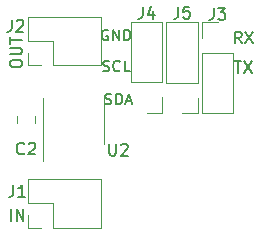
<source format=gbr>
%TF.GenerationSoftware,KiCad,Pcbnew,(5.99.0-8941-ge2f8b1a4b1)*%
%TF.CreationDate,2021-03-10T21:29:07+01:00*%
%TF.ProjectId,mod,6d6f642e-6b69-4636-9164-5f7063625858,rev?*%
%TF.SameCoordinates,Original*%
%TF.FileFunction,Legend,Top*%
%TF.FilePolarity,Positive*%
%FSLAX46Y46*%
G04 Gerber Fmt 4.6, Leading zero omitted, Abs format (unit mm)*
G04 Created by KiCad (PCBNEW (5.99.0-8941-ge2f8b1a4b1)) date 2021-03-10 21:29:07*
%MOMM*%
%LPD*%
G01*
G04 APERTURE LIST*
%ADD10C,0.150000*%
%ADD11C,0.200000*%
%ADD12C,0.120000*%
G04 APERTURE END LIST*
D10*
X128707142Y-98564285D02*
X128835714Y-98607142D01*
X129050000Y-98607142D01*
X129135714Y-98564285D01*
X129178571Y-98521428D01*
X129221428Y-98435714D01*
X129221428Y-98350000D01*
X129178571Y-98264285D01*
X129135714Y-98221428D01*
X129050000Y-98178571D01*
X128878571Y-98135714D01*
X128792857Y-98092857D01*
X128750000Y-98050000D01*
X128707142Y-97964285D01*
X128707142Y-97878571D01*
X128750000Y-97792857D01*
X128792857Y-97750000D01*
X128878571Y-97707142D01*
X129092857Y-97707142D01*
X129221428Y-97750000D01*
X129607142Y-98607142D02*
X129607142Y-97707142D01*
X129821428Y-97707142D01*
X129950000Y-97750000D01*
X130035714Y-97835714D01*
X130078571Y-97921428D01*
X130121428Y-98092857D01*
X130121428Y-98221428D01*
X130078571Y-98392857D01*
X130035714Y-98478571D01*
X129950000Y-98564285D01*
X129821428Y-98607142D01*
X129607142Y-98607142D01*
X130464285Y-98350000D02*
X130892857Y-98350000D01*
X130378571Y-98607142D02*
X130678571Y-97707142D01*
X130978571Y-98607142D01*
X128528571Y-95764285D02*
X128657142Y-95807142D01*
X128871428Y-95807142D01*
X128957142Y-95764285D01*
X129000000Y-95721428D01*
X129042857Y-95635714D01*
X129042857Y-95550000D01*
X129000000Y-95464285D01*
X128957142Y-95421428D01*
X128871428Y-95378571D01*
X128700000Y-95335714D01*
X128614285Y-95292857D01*
X128571428Y-95250000D01*
X128528571Y-95164285D01*
X128528571Y-95078571D01*
X128571428Y-94992857D01*
X128614285Y-94950000D01*
X128700000Y-94907142D01*
X128914285Y-94907142D01*
X129042857Y-94950000D01*
X129942857Y-95721428D02*
X129900000Y-95764285D01*
X129771428Y-95807142D01*
X129685714Y-95807142D01*
X129557142Y-95764285D01*
X129471428Y-95678571D01*
X129428571Y-95592857D01*
X129385714Y-95421428D01*
X129385714Y-95292857D01*
X129428571Y-95121428D01*
X129471428Y-95035714D01*
X129557142Y-94950000D01*
X129685714Y-94907142D01*
X129771428Y-94907142D01*
X129900000Y-94950000D01*
X129942857Y-94992857D01*
X130757142Y-95807142D02*
X130328571Y-95807142D01*
X130328571Y-94907142D01*
D11*
X140233333Y-93452380D02*
X139900000Y-92976190D01*
X139661904Y-93452380D02*
X139661904Y-92452380D01*
X140042857Y-92452380D01*
X140138095Y-92500000D01*
X140185714Y-92547619D01*
X140233333Y-92642857D01*
X140233333Y-92785714D01*
X140185714Y-92880952D01*
X140138095Y-92928571D01*
X140042857Y-92976190D01*
X139661904Y-92976190D01*
X140566666Y-92452380D02*
X141233333Y-93452380D01*
X141233333Y-92452380D02*
X140566666Y-93452380D01*
X139638095Y-94952380D02*
X140209523Y-94952380D01*
X139923809Y-95952380D02*
X139923809Y-94952380D01*
X140447619Y-94952380D02*
X141114285Y-95952380D01*
X141114285Y-94952380D02*
X140447619Y-95952380D01*
X120726190Y-108452380D02*
X120726190Y-107452380D01*
X121202380Y-108452380D02*
X121202380Y-107452380D01*
X121773809Y-108452380D01*
X121773809Y-107452380D01*
D10*
X128914285Y-92350000D02*
X128828571Y-92307142D01*
X128700000Y-92307142D01*
X128571428Y-92350000D01*
X128485714Y-92435714D01*
X128442857Y-92521428D01*
X128400000Y-92692857D01*
X128400000Y-92821428D01*
X128442857Y-92992857D01*
X128485714Y-93078571D01*
X128571428Y-93164285D01*
X128700000Y-93207142D01*
X128785714Y-93207142D01*
X128914285Y-93164285D01*
X128957142Y-93121428D01*
X128957142Y-92821428D01*
X128785714Y-92821428D01*
X129342857Y-93207142D02*
X129342857Y-92307142D01*
X129857142Y-93207142D01*
X129857142Y-92307142D01*
X130285714Y-93207142D02*
X130285714Y-92307142D01*
X130500000Y-92307142D01*
X130628571Y-92350000D01*
X130714285Y-92435714D01*
X130757142Y-92521428D01*
X130800000Y-92692857D01*
X130800000Y-92821428D01*
X130757142Y-92992857D01*
X130714285Y-93078571D01*
X130628571Y-93164285D01*
X130500000Y-93207142D01*
X130285714Y-93207142D01*
D11*
X120652380Y-95250000D02*
X120652380Y-95059523D01*
X120700000Y-94964285D01*
X120795238Y-94869047D01*
X120985714Y-94821428D01*
X121319047Y-94821428D01*
X121509523Y-94869047D01*
X121604761Y-94964285D01*
X121652380Y-95059523D01*
X121652380Y-95250000D01*
X121604761Y-95345238D01*
X121509523Y-95440476D01*
X121319047Y-95488095D01*
X120985714Y-95488095D01*
X120795238Y-95440476D01*
X120700000Y-95345238D01*
X120652380Y-95250000D01*
X120652380Y-94392857D02*
X121461904Y-94392857D01*
X121557142Y-94345238D01*
X121604761Y-94297619D01*
X121652380Y-94202380D01*
X121652380Y-94011904D01*
X121604761Y-93916666D01*
X121557142Y-93869047D01*
X121461904Y-93821428D01*
X120652380Y-93821428D01*
X120652380Y-93488095D02*
X120652380Y-92916666D01*
X121652380Y-93202380D02*
X120652380Y-93202380D01*
D10*
%TO.C,J3*%
X137866666Y-90452380D02*
X137866666Y-91166666D01*
X137819047Y-91309523D01*
X137723809Y-91404761D01*
X137580952Y-91452380D01*
X137485714Y-91452380D01*
X138247619Y-90452380D02*
X138866666Y-90452380D01*
X138533333Y-90833333D01*
X138676190Y-90833333D01*
X138771428Y-90880952D01*
X138819047Y-90928571D01*
X138866666Y-91023809D01*
X138866666Y-91261904D01*
X138819047Y-91357142D01*
X138771428Y-91404761D01*
X138676190Y-91452380D01*
X138390476Y-91452380D01*
X138295238Y-91404761D01*
X138247619Y-91357142D01*
%TO.C,J5*%
X134866666Y-90352380D02*
X134866666Y-91066666D01*
X134819047Y-91209523D01*
X134723809Y-91304761D01*
X134580952Y-91352380D01*
X134485714Y-91352380D01*
X135819047Y-90352380D02*
X135342857Y-90352380D01*
X135295238Y-90828571D01*
X135342857Y-90780952D01*
X135438095Y-90733333D01*
X135676190Y-90733333D01*
X135771428Y-90780952D01*
X135819047Y-90828571D01*
X135866666Y-90923809D01*
X135866666Y-91161904D01*
X135819047Y-91257142D01*
X135771428Y-91304761D01*
X135676190Y-91352380D01*
X135438095Y-91352380D01*
X135342857Y-91304761D01*
X135295238Y-91257142D01*
%TO.C,J2*%
X120766666Y-91452380D02*
X120766666Y-92166666D01*
X120719047Y-92309523D01*
X120623809Y-92404761D01*
X120480952Y-92452380D01*
X120385714Y-92452380D01*
X121195238Y-91547619D02*
X121242857Y-91500000D01*
X121338095Y-91452380D01*
X121576190Y-91452380D01*
X121671428Y-91500000D01*
X121719047Y-91547619D01*
X121766666Y-91642857D01*
X121766666Y-91738095D01*
X121719047Y-91880952D01*
X121147619Y-92452380D01*
X121766666Y-92452380D01*
%TO.C,J1*%
X120916666Y-105422380D02*
X120916666Y-106136666D01*
X120869047Y-106279523D01*
X120773809Y-106374761D01*
X120630952Y-106422380D01*
X120535714Y-106422380D01*
X121916666Y-106422380D02*
X121345238Y-106422380D01*
X121630952Y-106422380D02*
X121630952Y-105422380D01*
X121535714Y-105565238D01*
X121440476Y-105660476D01*
X121345238Y-105708095D01*
%TO.C,J4*%
X131866666Y-90352380D02*
X131866666Y-91066666D01*
X131819047Y-91209523D01*
X131723809Y-91304761D01*
X131580952Y-91352380D01*
X131485714Y-91352380D01*
X132771428Y-90685714D02*
X132771428Y-91352380D01*
X132533333Y-90304761D02*
X132295238Y-91019047D01*
X132914285Y-91019047D01*
%TO.C,C2*%
X121833333Y-102757142D02*
X121785714Y-102804761D01*
X121642857Y-102852380D01*
X121547619Y-102852380D01*
X121404761Y-102804761D01*
X121309523Y-102709523D01*
X121261904Y-102614285D01*
X121214285Y-102423809D01*
X121214285Y-102280952D01*
X121261904Y-102090476D01*
X121309523Y-101995238D01*
X121404761Y-101900000D01*
X121547619Y-101852380D01*
X121642857Y-101852380D01*
X121785714Y-101900000D01*
X121833333Y-101947619D01*
X122214285Y-101947619D02*
X122261904Y-101900000D01*
X122357142Y-101852380D01*
X122595238Y-101852380D01*
X122690476Y-101900000D01*
X122738095Y-101947619D01*
X122785714Y-102042857D01*
X122785714Y-102138095D01*
X122738095Y-102280952D01*
X122166666Y-102852380D01*
X122785714Y-102852380D01*
%TO.C,U2*%
X129038095Y-101952380D02*
X129038095Y-102761904D01*
X129085714Y-102857142D01*
X129133333Y-102904761D01*
X129228571Y-102952380D01*
X129419047Y-102952380D01*
X129514285Y-102904761D01*
X129561904Y-102857142D01*
X129609523Y-102761904D01*
X129609523Y-101952380D01*
X130038095Y-102047619D02*
X130085714Y-102000000D01*
X130180952Y-101952380D01*
X130419047Y-101952380D01*
X130514285Y-102000000D01*
X130561904Y-102047619D01*
X130609523Y-102142857D01*
X130609523Y-102238095D01*
X130561904Y-102380952D01*
X129990476Y-102952380D01*
X130609523Y-102952380D01*
D12*
%TO.C,J3*%
X139530000Y-94245000D02*
X139530000Y-99385000D01*
X136870000Y-94245000D02*
X136870000Y-99385000D01*
X136870000Y-91645000D02*
X138200000Y-91645000D01*
X136870000Y-94245000D02*
X139530000Y-94245000D01*
X136870000Y-99385000D02*
X139530000Y-99385000D01*
X136870000Y-92975000D02*
X136870000Y-91645000D01*
%TO.C,J5*%
X133870000Y-96780000D02*
X133870000Y-91640000D01*
X136530000Y-96780000D02*
X133870000Y-96780000D01*
X136530000Y-96780000D02*
X136530000Y-91640000D01*
X136530000Y-98050000D02*
X136530000Y-99380000D01*
X136530000Y-91640000D02*
X133870000Y-91640000D01*
X136530000Y-99380000D02*
X135200000Y-99380000D01*
%TO.C,J2*%
X122190000Y-91190000D02*
X128310000Y-91190000D01*
X124250000Y-93250000D02*
X122190000Y-93250000D01*
X122190000Y-93250000D02*
X122190000Y-91190000D01*
X124250000Y-95310000D02*
X128310000Y-95310000D01*
X128310000Y-95310000D02*
X128310000Y-91190000D01*
X123250000Y-95310000D02*
X122190000Y-95310000D01*
X124250000Y-95310000D02*
X124250000Y-93250000D01*
X122190000Y-95310000D02*
X122190000Y-94250000D01*
%TO.C,J1*%
X128310000Y-109060000D02*
X128310000Y-104940000D01*
X122190000Y-104940000D02*
X128310000Y-104940000D01*
X124250000Y-109060000D02*
X128310000Y-109060000D01*
X124250000Y-107000000D02*
X122190000Y-107000000D01*
X122190000Y-107000000D02*
X122190000Y-104940000D01*
X124250000Y-109060000D02*
X124250000Y-107000000D01*
X123250000Y-109060000D02*
X122190000Y-109060000D01*
X122190000Y-109060000D02*
X122190000Y-108000000D01*
%TO.C,J4*%
X133530000Y-98025000D02*
X133530000Y-99355000D01*
X133530000Y-99355000D02*
X132200000Y-99355000D01*
X133530000Y-91615000D02*
X130870000Y-91615000D01*
X130870000Y-96755000D02*
X130870000Y-91615000D01*
X133530000Y-96755000D02*
X133530000Y-91615000D01*
X133530000Y-96755000D02*
X130870000Y-96755000D01*
%TO.C,C2*%
X121265000Y-99638748D02*
X121265000Y-100161252D01*
X122735000Y-99638748D02*
X122735000Y-100161252D01*
%TO.C,U2*%
X128560000Y-100000000D02*
X128560000Y-98050000D01*
X123440000Y-100000000D02*
X123440000Y-98050000D01*
X128560000Y-100000000D02*
X128560000Y-101950000D01*
X123440000Y-100000000D02*
X123440000Y-103450000D01*
%TD*%
M02*

</source>
